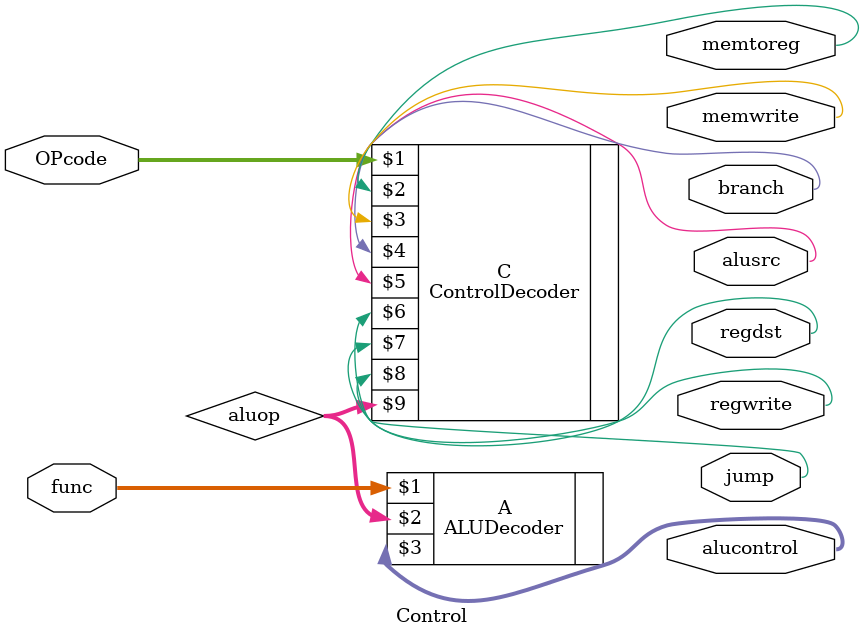
<source format=v>
`timescale 1ns / 1ps

module Control(
    input [5:0] OPcode,
    input [5:0] func,
    output wire memtoreg,memwrite,branch,alusrc,regdst,regwrite,jump,
    output wire [2:0] alucontrol
    );
    
wire [1:0] aluop;
ControlDecoder C(OPcode,memtoreg,memwrite,branch,alusrc,regdst,regwrite,jump,aluop);
ALUDecoder A(func,aluop,alucontrol);

endmodule

</source>
